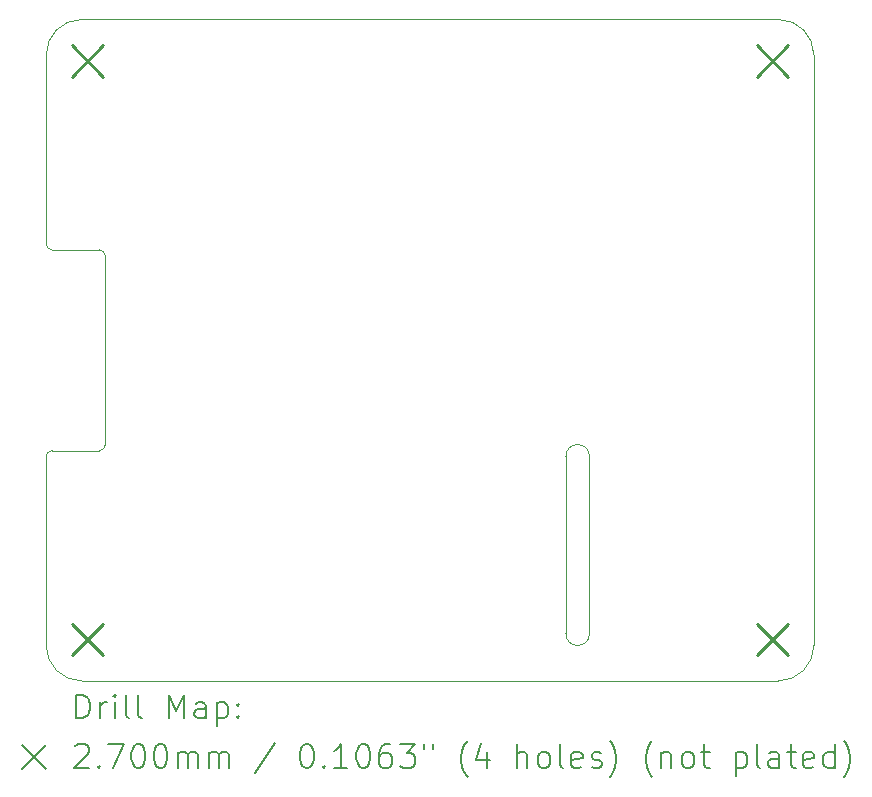
<source format=gbr>
%TF.GenerationSoftware,KiCad,Pcbnew,8.0.8*%
%TF.CreationDate,2025-02-20T10:17:29+01:00*%
%TF.ProjectId,pi_hat,70695f68-6174-42e6-9b69-6361645f7063,rev?*%
%TF.SameCoordinates,Original*%
%TF.FileFunction,Drillmap*%
%TF.FilePolarity,Positive*%
%FSLAX45Y45*%
G04 Gerber Fmt 4.5, Leading zero omitted, Abs format (unit mm)*
G04 Created by KiCad (PCBNEW 8.0.8) date 2025-02-20 10:17:29*
%MOMM*%
%LPD*%
G01*
G04 APERTURE LIST*
%ADD10C,0.100000*%
%ADD11C,0.200000*%
%ADD12C,0.270000*%
G04 APERTURE END LIST*
D10*
X10050000Y-6350000D02*
G75*
G02*
X10000000Y-6300000I0J50000D01*
G01*
X16200000Y-4400000D02*
G75*
G02*
X16500000Y-4700000I0J-300000D01*
G01*
X16500000Y-9700000D02*
X16500000Y-4700000D01*
X10000000Y-4700000D02*
X10000000Y-6300000D01*
X14600000Y-8100000D02*
X14600000Y-9600000D01*
X14400000Y-9600000D02*
X14400000Y-8100000D01*
X10300000Y-10000000D02*
G75*
G02*
X10000000Y-9700000I0J300000D01*
G01*
X10300000Y-10000000D02*
X16200000Y-10000000D01*
X10450000Y-8050000D02*
X10050000Y-8050000D01*
X14400000Y-8100000D02*
G75*
G02*
X14600000Y-8100000I100000J0D01*
G01*
X10000000Y-8100000D02*
G75*
G02*
X10049913Y-8050000I50000J0D01*
G01*
X16500000Y-9700000D02*
G75*
G02*
X16200000Y-10000000I-300000J0D01*
G01*
X10500000Y-6400000D02*
X10500000Y-8000000D01*
X10000000Y-4700000D02*
G75*
G02*
X10300000Y-4400000I300000J0D01*
G01*
X14600000Y-9600000D02*
G75*
G02*
X14400000Y-9600000I-100000J0D01*
G01*
X10000000Y-8100000D02*
X10000000Y-9700000D01*
X10050000Y-6350000D02*
X10450000Y-6350000D01*
X10500000Y-8000000D02*
G75*
G02*
X10450000Y-8050000I-50000J0D01*
G01*
X10450000Y-6350000D02*
G75*
G02*
X10500000Y-6400000I0J-50000D01*
G01*
X16200000Y-4400000D02*
X10300000Y-4400000D01*
D11*
D12*
X10215000Y-4615000D02*
X10485000Y-4885000D01*
X10485000Y-4615000D02*
X10215000Y-4885000D01*
X10215000Y-9515000D02*
X10485000Y-9785000D01*
X10485000Y-9515000D02*
X10215000Y-9785000D01*
X16015000Y-4615000D02*
X16285000Y-4885000D01*
X16285000Y-4615000D02*
X16015000Y-4885000D01*
X16015000Y-9515000D02*
X16285000Y-9785000D01*
X16285000Y-9515000D02*
X16015000Y-9785000D01*
D11*
X10255777Y-10316484D02*
X10255777Y-10116484D01*
X10255777Y-10116484D02*
X10303396Y-10116484D01*
X10303396Y-10116484D02*
X10331967Y-10126008D01*
X10331967Y-10126008D02*
X10351015Y-10145055D01*
X10351015Y-10145055D02*
X10360539Y-10164103D01*
X10360539Y-10164103D02*
X10370063Y-10202198D01*
X10370063Y-10202198D02*
X10370063Y-10230770D01*
X10370063Y-10230770D02*
X10360539Y-10268865D01*
X10360539Y-10268865D02*
X10351015Y-10287912D01*
X10351015Y-10287912D02*
X10331967Y-10306960D01*
X10331967Y-10306960D02*
X10303396Y-10316484D01*
X10303396Y-10316484D02*
X10255777Y-10316484D01*
X10455777Y-10316484D02*
X10455777Y-10183150D01*
X10455777Y-10221246D02*
X10465301Y-10202198D01*
X10465301Y-10202198D02*
X10474824Y-10192674D01*
X10474824Y-10192674D02*
X10493872Y-10183150D01*
X10493872Y-10183150D02*
X10512920Y-10183150D01*
X10579586Y-10316484D02*
X10579586Y-10183150D01*
X10579586Y-10116484D02*
X10570063Y-10126008D01*
X10570063Y-10126008D02*
X10579586Y-10135531D01*
X10579586Y-10135531D02*
X10589110Y-10126008D01*
X10589110Y-10126008D02*
X10579586Y-10116484D01*
X10579586Y-10116484D02*
X10579586Y-10135531D01*
X10703396Y-10316484D02*
X10684348Y-10306960D01*
X10684348Y-10306960D02*
X10674824Y-10287912D01*
X10674824Y-10287912D02*
X10674824Y-10116484D01*
X10808158Y-10316484D02*
X10789110Y-10306960D01*
X10789110Y-10306960D02*
X10779586Y-10287912D01*
X10779586Y-10287912D02*
X10779586Y-10116484D01*
X11036729Y-10316484D02*
X11036729Y-10116484D01*
X11036729Y-10116484D02*
X11103396Y-10259341D01*
X11103396Y-10259341D02*
X11170063Y-10116484D01*
X11170063Y-10116484D02*
X11170063Y-10316484D01*
X11351015Y-10316484D02*
X11351015Y-10211722D01*
X11351015Y-10211722D02*
X11341491Y-10192674D01*
X11341491Y-10192674D02*
X11322443Y-10183150D01*
X11322443Y-10183150D02*
X11284348Y-10183150D01*
X11284348Y-10183150D02*
X11265301Y-10192674D01*
X11351015Y-10306960D02*
X11331967Y-10316484D01*
X11331967Y-10316484D02*
X11284348Y-10316484D01*
X11284348Y-10316484D02*
X11265301Y-10306960D01*
X11265301Y-10306960D02*
X11255777Y-10287912D01*
X11255777Y-10287912D02*
X11255777Y-10268865D01*
X11255777Y-10268865D02*
X11265301Y-10249817D01*
X11265301Y-10249817D02*
X11284348Y-10240293D01*
X11284348Y-10240293D02*
X11331967Y-10240293D01*
X11331967Y-10240293D02*
X11351015Y-10230770D01*
X11446253Y-10183150D02*
X11446253Y-10383150D01*
X11446253Y-10192674D02*
X11465301Y-10183150D01*
X11465301Y-10183150D02*
X11503396Y-10183150D01*
X11503396Y-10183150D02*
X11522443Y-10192674D01*
X11522443Y-10192674D02*
X11531967Y-10202198D01*
X11531967Y-10202198D02*
X11541491Y-10221246D01*
X11541491Y-10221246D02*
X11541491Y-10278389D01*
X11541491Y-10278389D02*
X11531967Y-10297436D01*
X11531967Y-10297436D02*
X11522443Y-10306960D01*
X11522443Y-10306960D02*
X11503396Y-10316484D01*
X11503396Y-10316484D02*
X11465301Y-10316484D01*
X11465301Y-10316484D02*
X11446253Y-10306960D01*
X11627205Y-10297436D02*
X11636729Y-10306960D01*
X11636729Y-10306960D02*
X11627205Y-10316484D01*
X11627205Y-10316484D02*
X11617682Y-10306960D01*
X11617682Y-10306960D02*
X11627205Y-10297436D01*
X11627205Y-10297436D02*
X11627205Y-10316484D01*
X11627205Y-10192674D02*
X11636729Y-10202198D01*
X11636729Y-10202198D02*
X11627205Y-10211722D01*
X11627205Y-10211722D02*
X11617682Y-10202198D01*
X11617682Y-10202198D02*
X11627205Y-10192674D01*
X11627205Y-10192674D02*
X11627205Y-10211722D01*
X9795000Y-10545000D02*
X9995000Y-10745000D01*
X9995000Y-10545000D02*
X9795000Y-10745000D01*
X10246253Y-10555531D02*
X10255777Y-10546008D01*
X10255777Y-10546008D02*
X10274824Y-10536484D01*
X10274824Y-10536484D02*
X10322444Y-10536484D01*
X10322444Y-10536484D02*
X10341491Y-10546008D01*
X10341491Y-10546008D02*
X10351015Y-10555531D01*
X10351015Y-10555531D02*
X10360539Y-10574579D01*
X10360539Y-10574579D02*
X10360539Y-10593627D01*
X10360539Y-10593627D02*
X10351015Y-10622198D01*
X10351015Y-10622198D02*
X10236729Y-10736484D01*
X10236729Y-10736484D02*
X10360539Y-10736484D01*
X10446253Y-10717436D02*
X10455777Y-10726960D01*
X10455777Y-10726960D02*
X10446253Y-10736484D01*
X10446253Y-10736484D02*
X10436729Y-10726960D01*
X10436729Y-10726960D02*
X10446253Y-10717436D01*
X10446253Y-10717436D02*
X10446253Y-10736484D01*
X10522444Y-10536484D02*
X10655777Y-10536484D01*
X10655777Y-10536484D02*
X10570063Y-10736484D01*
X10770063Y-10536484D02*
X10789110Y-10536484D01*
X10789110Y-10536484D02*
X10808158Y-10546008D01*
X10808158Y-10546008D02*
X10817682Y-10555531D01*
X10817682Y-10555531D02*
X10827205Y-10574579D01*
X10827205Y-10574579D02*
X10836729Y-10612674D01*
X10836729Y-10612674D02*
X10836729Y-10660293D01*
X10836729Y-10660293D02*
X10827205Y-10698389D01*
X10827205Y-10698389D02*
X10817682Y-10717436D01*
X10817682Y-10717436D02*
X10808158Y-10726960D01*
X10808158Y-10726960D02*
X10789110Y-10736484D01*
X10789110Y-10736484D02*
X10770063Y-10736484D01*
X10770063Y-10736484D02*
X10751015Y-10726960D01*
X10751015Y-10726960D02*
X10741491Y-10717436D01*
X10741491Y-10717436D02*
X10731967Y-10698389D01*
X10731967Y-10698389D02*
X10722444Y-10660293D01*
X10722444Y-10660293D02*
X10722444Y-10612674D01*
X10722444Y-10612674D02*
X10731967Y-10574579D01*
X10731967Y-10574579D02*
X10741491Y-10555531D01*
X10741491Y-10555531D02*
X10751015Y-10546008D01*
X10751015Y-10546008D02*
X10770063Y-10536484D01*
X10960539Y-10536484D02*
X10979586Y-10536484D01*
X10979586Y-10536484D02*
X10998634Y-10546008D01*
X10998634Y-10546008D02*
X11008158Y-10555531D01*
X11008158Y-10555531D02*
X11017682Y-10574579D01*
X11017682Y-10574579D02*
X11027205Y-10612674D01*
X11027205Y-10612674D02*
X11027205Y-10660293D01*
X11027205Y-10660293D02*
X11017682Y-10698389D01*
X11017682Y-10698389D02*
X11008158Y-10717436D01*
X11008158Y-10717436D02*
X10998634Y-10726960D01*
X10998634Y-10726960D02*
X10979586Y-10736484D01*
X10979586Y-10736484D02*
X10960539Y-10736484D01*
X10960539Y-10736484D02*
X10941491Y-10726960D01*
X10941491Y-10726960D02*
X10931967Y-10717436D01*
X10931967Y-10717436D02*
X10922444Y-10698389D01*
X10922444Y-10698389D02*
X10912920Y-10660293D01*
X10912920Y-10660293D02*
X10912920Y-10612674D01*
X10912920Y-10612674D02*
X10922444Y-10574579D01*
X10922444Y-10574579D02*
X10931967Y-10555531D01*
X10931967Y-10555531D02*
X10941491Y-10546008D01*
X10941491Y-10546008D02*
X10960539Y-10536484D01*
X11112920Y-10736484D02*
X11112920Y-10603150D01*
X11112920Y-10622198D02*
X11122444Y-10612674D01*
X11122444Y-10612674D02*
X11141491Y-10603150D01*
X11141491Y-10603150D02*
X11170063Y-10603150D01*
X11170063Y-10603150D02*
X11189110Y-10612674D01*
X11189110Y-10612674D02*
X11198634Y-10631722D01*
X11198634Y-10631722D02*
X11198634Y-10736484D01*
X11198634Y-10631722D02*
X11208158Y-10612674D01*
X11208158Y-10612674D02*
X11227205Y-10603150D01*
X11227205Y-10603150D02*
X11255777Y-10603150D01*
X11255777Y-10603150D02*
X11274824Y-10612674D01*
X11274824Y-10612674D02*
X11284348Y-10631722D01*
X11284348Y-10631722D02*
X11284348Y-10736484D01*
X11379586Y-10736484D02*
X11379586Y-10603150D01*
X11379586Y-10622198D02*
X11389110Y-10612674D01*
X11389110Y-10612674D02*
X11408158Y-10603150D01*
X11408158Y-10603150D02*
X11436729Y-10603150D01*
X11436729Y-10603150D02*
X11455777Y-10612674D01*
X11455777Y-10612674D02*
X11465301Y-10631722D01*
X11465301Y-10631722D02*
X11465301Y-10736484D01*
X11465301Y-10631722D02*
X11474824Y-10612674D01*
X11474824Y-10612674D02*
X11493872Y-10603150D01*
X11493872Y-10603150D02*
X11522443Y-10603150D01*
X11522443Y-10603150D02*
X11541491Y-10612674D01*
X11541491Y-10612674D02*
X11551015Y-10631722D01*
X11551015Y-10631722D02*
X11551015Y-10736484D01*
X11941491Y-10526960D02*
X11770063Y-10784103D01*
X12198634Y-10536484D02*
X12217682Y-10536484D01*
X12217682Y-10536484D02*
X12236729Y-10546008D01*
X12236729Y-10546008D02*
X12246253Y-10555531D01*
X12246253Y-10555531D02*
X12255777Y-10574579D01*
X12255777Y-10574579D02*
X12265301Y-10612674D01*
X12265301Y-10612674D02*
X12265301Y-10660293D01*
X12265301Y-10660293D02*
X12255777Y-10698389D01*
X12255777Y-10698389D02*
X12246253Y-10717436D01*
X12246253Y-10717436D02*
X12236729Y-10726960D01*
X12236729Y-10726960D02*
X12217682Y-10736484D01*
X12217682Y-10736484D02*
X12198634Y-10736484D01*
X12198634Y-10736484D02*
X12179586Y-10726960D01*
X12179586Y-10726960D02*
X12170063Y-10717436D01*
X12170063Y-10717436D02*
X12160539Y-10698389D01*
X12160539Y-10698389D02*
X12151015Y-10660293D01*
X12151015Y-10660293D02*
X12151015Y-10612674D01*
X12151015Y-10612674D02*
X12160539Y-10574579D01*
X12160539Y-10574579D02*
X12170063Y-10555531D01*
X12170063Y-10555531D02*
X12179586Y-10546008D01*
X12179586Y-10546008D02*
X12198634Y-10536484D01*
X12351015Y-10717436D02*
X12360539Y-10726960D01*
X12360539Y-10726960D02*
X12351015Y-10736484D01*
X12351015Y-10736484D02*
X12341491Y-10726960D01*
X12341491Y-10726960D02*
X12351015Y-10717436D01*
X12351015Y-10717436D02*
X12351015Y-10736484D01*
X12551015Y-10736484D02*
X12436729Y-10736484D01*
X12493872Y-10736484D02*
X12493872Y-10536484D01*
X12493872Y-10536484D02*
X12474825Y-10565055D01*
X12474825Y-10565055D02*
X12455777Y-10584103D01*
X12455777Y-10584103D02*
X12436729Y-10593627D01*
X12674825Y-10536484D02*
X12693872Y-10536484D01*
X12693872Y-10536484D02*
X12712920Y-10546008D01*
X12712920Y-10546008D02*
X12722444Y-10555531D01*
X12722444Y-10555531D02*
X12731967Y-10574579D01*
X12731967Y-10574579D02*
X12741491Y-10612674D01*
X12741491Y-10612674D02*
X12741491Y-10660293D01*
X12741491Y-10660293D02*
X12731967Y-10698389D01*
X12731967Y-10698389D02*
X12722444Y-10717436D01*
X12722444Y-10717436D02*
X12712920Y-10726960D01*
X12712920Y-10726960D02*
X12693872Y-10736484D01*
X12693872Y-10736484D02*
X12674825Y-10736484D01*
X12674825Y-10736484D02*
X12655777Y-10726960D01*
X12655777Y-10726960D02*
X12646253Y-10717436D01*
X12646253Y-10717436D02*
X12636729Y-10698389D01*
X12636729Y-10698389D02*
X12627206Y-10660293D01*
X12627206Y-10660293D02*
X12627206Y-10612674D01*
X12627206Y-10612674D02*
X12636729Y-10574579D01*
X12636729Y-10574579D02*
X12646253Y-10555531D01*
X12646253Y-10555531D02*
X12655777Y-10546008D01*
X12655777Y-10546008D02*
X12674825Y-10536484D01*
X12912920Y-10536484D02*
X12874825Y-10536484D01*
X12874825Y-10536484D02*
X12855777Y-10546008D01*
X12855777Y-10546008D02*
X12846253Y-10555531D01*
X12846253Y-10555531D02*
X12827206Y-10584103D01*
X12827206Y-10584103D02*
X12817682Y-10622198D01*
X12817682Y-10622198D02*
X12817682Y-10698389D01*
X12817682Y-10698389D02*
X12827206Y-10717436D01*
X12827206Y-10717436D02*
X12836729Y-10726960D01*
X12836729Y-10726960D02*
X12855777Y-10736484D01*
X12855777Y-10736484D02*
X12893872Y-10736484D01*
X12893872Y-10736484D02*
X12912920Y-10726960D01*
X12912920Y-10726960D02*
X12922444Y-10717436D01*
X12922444Y-10717436D02*
X12931967Y-10698389D01*
X12931967Y-10698389D02*
X12931967Y-10650770D01*
X12931967Y-10650770D02*
X12922444Y-10631722D01*
X12922444Y-10631722D02*
X12912920Y-10622198D01*
X12912920Y-10622198D02*
X12893872Y-10612674D01*
X12893872Y-10612674D02*
X12855777Y-10612674D01*
X12855777Y-10612674D02*
X12836729Y-10622198D01*
X12836729Y-10622198D02*
X12827206Y-10631722D01*
X12827206Y-10631722D02*
X12817682Y-10650770D01*
X12998634Y-10536484D02*
X13122444Y-10536484D01*
X13122444Y-10536484D02*
X13055777Y-10612674D01*
X13055777Y-10612674D02*
X13084348Y-10612674D01*
X13084348Y-10612674D02*
X13103396Y-10622198D01*
X13103396Y-10622198D02*
X13112920Y-10631722D01*
X13112920Y-10631722D02*
X13122444Y-10650770D01*
X13122444Y-10650770D02*
X13122444Y-10698389D01*
X13122444Y-10698389D02*
X13112920Y-10717436D01*
X13112920Y-10717436D02*
X13103396Y-10726960D01*
X13103396Y-10726960D02*
X13084348Y-10736484D01*
X13084348Y-10736484D02*
X13027206Y-10736484D01*
X13027206Y-10736484D02*
X13008158Y-10726960D01*
X13008158Y-10726960D02*
X12998634Y-10717436D01*
X13198634Y-10536484D02*
X13198634Y-10574579D01*
X13274825Y-10536484D02*
X13274825Y-10574579D01*
X13570063Y-10812674D02*
X13560539Y-10803150D01*
X13560539Y-10803150D02*
X13541491Y-10774579D01*
X13541491Y-10774579D02*
X13531968Y-10755531D01*
X13531968Y-10755531D02*
X13522444Y-10726960D01*
X13522444Y-10726960D02*
X13512920Y-10679341D01*
X13512920Y-10679341D02*
X13512920Y-10641246D01*
X13512920Y-10641246D02*
X13522444Y-10593627D01*
X13522444Y-10593627D02*
X13531968Y-10565055D01*
X13531968Y-10565055D02*
X13541491Y-10546008D01*
X13541491Y-10546008D02*
X13560539Y-10517436D01*
X13560539Y-10517436D02*
X13570063Y-10507912D01*
X13731968Y-10603150D02*
X13731968Y-10736484D01*
X13684348Y-10526960D02*
X13636729Y-10669817D01*
X13636729Y-10669817D02*
X13760539Y-10669817D01*
X13989110Y-10736484D02*
X13989110Y-10536484D01*
X14074825Y-10736484D02*
X14074825Y-10631722D01*
X14074825Y-10631722D02*
X14065301Y-10612674D01*
X14065301Y-10612674D02*
X14046253Y-10603150D01*
X14046253Y-10603150D02*
X14017682Y-10603150D01*
X14017682Y-10603150D02*
X13998634Y-10612674D01*
X13998634Y-10612674D02*
X13989110Y-10622198D01*
X14198634Y-10736484D02*
X14179587Y-10726960D01*
X14179587Y-10726960D02*
X14170063Y-10717436D01*
X14170063Y-10717436D02*
X14160539Y-10698389D01*
X14160539Y-10698389D02*
X14160539Y-10641246D01*
X14160539Y-10641246D02*
X14170063Y-10622198D01*
X14170063Y-10622198D02*
X14179587Y-10612674D01*
X14179587Y-10612674D02*
X14198634Y-10603150D01*
X14198634Y-10603150D02*
X14227206Y-10603150D01*
X14227206Y-10603150D02*
X14246253Y-10612674D01*
X14246253Y-10612674D02*
X14255777Y-10622198D01*
X14255777Y-10622198D02*
X14265301Y-10641246D01*
X14265301Y-10641246D02*
X14265301Y-10698389D01*
X14265301Y-10698389D02*
X14255777Y-10717436D01*
X14255777Y-10717436D02*
X14246253Y-10726960D01*
X14246253Y-10726960D02*
X14227206Y-10736484D01*
X14227206Y-10736484D02*
X14198634Y-10736484D01*
X14379587Y-10736484D02*
X14360539Y-10726960D01*
X14360539Y-10726960D02*
X14351015Y-10707912D01*
X14351015Y-10707912D02*
X14351015Y-10536484D01*
X14531968Y-10726960D02*
X14512920Y-10736484D01*
X14512920Y-10736484D02*
X14474825Y-10736484D01*
X14474825Y-10736484D02*
X14455777Y-10726960D01*
X14455777Y-10726960D02*
X14446253Y-10707912D01*
X14446253Y-10707912D02*
X14446253Y-10631722D01*
X14446253Y-10631722D02*
X14455777Y-10612674D01*
X14455777Y-10612674D02*
X14474825Y-10603150D01*
X14474825Y-10603150D02*
X14512920Y-10603150D01*
X14512920Y-10603150D02*
X14531968Y-10612674D01*
X14531968Y-10612674D02*
X14541491Y-10631722D01*
X14541491Y-10631722D02*
X14541491Y-10650770D01*
X14541491Y-10650770D02*
X14446253Y-10669817D01*
X14617682Y-10726960D02*
X14636730Y-10736484D01*
X14636730Y-10736484D02*
X14674825Y-10736484D01*
X14674825Y-10736484D02*
X14693872Y-10726960D01*
X14693872Y-10726960D02*
X14703396Y-10707912D01*
X14703396Y-10707912D02*
X14703396Y-10698389D01*
X14703396Y-10698389D02*
X14693872Y-10679341D01*
X14693872Y-10679341D02*
X14674825Y-10669817D01*
X14674825Y-10669817D02*
X14646253Y-10669817D01*
X14646253Y-10669817D02*
X14627206Y-10660293D01*
X14627206Y-10660293D02*
X14617682Y-10641246D01*
X14617682Y-10641246D02*
X14617682Y-10631722D01*
X14617682Y-10631722D02*
X14627206Y-10612674D01*
X14627206Y-10612674D02*
X14646253Y-10603150D01*
X14646253Y-10603150D02*
X14674825Y-10603150D01*
X14674825Y-10603150D02*
X14693872Y-10612674D01*
X14770063Y-10812674D02*
X14779587Y-10803150D01*
X14779587Y-10803150D02*
X14798634Y-10774579D01*
X14798634Y-10774579D02*
X14808158Y-10755531D01*
X14808158Y-10755531D02*
X14817682Y-10726960D01*
X14817682Y-10726960D02*
X14827206Y-10679341D01*
X14827206Y-10679341D02*
X14827206Y-10641246D01*
X14827206Y-10641246D02*
X14817682Y-10593627D01*
X14817682Y-10593627D02*
X14808158Y-10565055D01*
X14808158Y-10565055D02*
X14798634Y-10546008D01*
X14798634Y-10546008D02*
X14779587Y-10517436D01*
X14779587Y-10517436D02*
X14770063Y-10507912D01*
X15131968Y-10812674D02*
X15122444Y-10803150D01*
X15122444Y-10803150D02*
X15103396Y-10774579D01*
X15103396Y-10774579D02*
X15093872Y-10755531D01*
X15093872Y-10755531D02*
X15084349Y-10726960D01*
X15084349Y-10726960D02*
X15074825Y-10679341D01*
X15074825Y-10679341D02*
X15074825Y-10641246D01*
X15074825Y-10641246D02*
X15084349Y-10593627D01*
X15084349Y-10593627D02*
X15093872Y-10565055D01*
X15093872Y-10565055D02*
X15103396Y-10546008D01*
X15103396Y-10546008D02*
X15122444Y-10517436D01*
X15122444Y-10517436D02*
X15131968Y-10507912D01*
X15208158Y-10603150D02*
X15208158Y-10736484D01*
X15208158Y-10622198D02*
X15217682Y-10612674D01*
X15217682Y-10612674D02*
X15236730Y-10603150D01*
X15236730Y-10603150D02*
X15265301Y-10603150D01*
X15265301Y-10603150D02*
X15284349Y-10612674D01*
X15284349Y-10612674D02*
X15293872Y-10631722D01*
X15293872Y-10631722D02*
X15293872Y-10736484D01*
X15417682Y-10736484D02*
X15398634Y-10726960D01*
X15398634Y-10726960D02*
X15389111Y-10717436D01*
X15389111Y-10717436D02*
X15379587Y-10698389D01*
X15379587Y-10698389D02*
X15379587Y-10641246D01*
X15379587Y-10641246D02*
X15389111Y-10622198D01*
X15389111Y-10622198D02*
X15398634Y-10612674D01*
X15398634Y-10612674D02*
X15417682Y-10603150D01*
X15417682Y-10603150D02*
X15446253Y-10603150D01*
X15446253Y-10603150D02*
X15465301Y-10612674D01*
X15465301Y-10612674D02*
X15474825Y-10622198D01*
X15474825Y-10622198D02*
X15484349Y-10641246D01*
X15484349Y-10641246D02*
X15484349Y-10698389D01*
X15484349Y-10698389D02*
X15474825Y-10717436D01*
X15474825Y-10717436D02*
X15465301Y-10726960D01*
X15465301Y-10726960D02*
X15446253Y-10736484D01*
X15446253Y-10736484D02*
X15417682Y-10736484D01*
X15541492Y-10603150D02*
X15617682Y-10603150D01*
X15570063Y-10536484D02*
X15570063Y-10707912D01*
X15570063Y-10707912D02*
X15579587Y-10726960D01*
X15579587Y-10726960D02*
X15598634Y-10736484D01*
X15598634Y-10736484D02*
X15617682Y-10736484D01*
X15836730Y-10603150D02*
X15836730Y-10803150D01*
X15836730Y-10612674D02*
X15855777Y-10603150D01*
X15855777Y-10603150D02*
X15893873Y-10603150D01*
X15893873Y-10603150D02*
X15912920Y-10612674D01*
X15912920Y-10612674D02*
X15922444Y-10622198D01*
X15922444Y-10622198D02*
X15931968Y-10641246D01*
X15931968Y-10641246D02*
X15931968Y-10698389D01*
X15931968Y-10698389D02*
X15922444Y-10717436D01*
X15922444Y-10717436D02*
X15912920Y-10726960D01*
X15912920Y-10726960D02*
X15893873Y-10736484D01*
X15893873Y-10736484D02*
X15855777Y-10736484D01*
X15855777Y-10736484D02*
X15836730Y-10726960D01*
X16046253Y-10736484D02*
X16027206Y-10726960D01*
X16027206Y-10726960D02*
X16017682Y-10707912D01*
X16017682Y-10707912D02*
X16017682Y-10536484D01*
X16208158Y-10736484D02*
X16208158Y-10631722D01*
X16208158Y-10631722D02*
X16198634Y-10612674D01*
X16198634Y-10612674D02*
X16179587Y-10603150D01*
X16179587Y-10603150D02*
X16141492Y-10603150D01*
X16141492Y-10603150D02*
X16122444Y-10612674D01*
X16208158Y-10726960D02*
X16189111Y-10736484D01*
X16189111Y-10736484D02*
X16141492Y-10736484D01*
X16141492Y-10736484D02*
X16122444Y-10726960D01*
X16122444Y-10726960D02*
X16112920Y-10707912D01*
X16112920Y-10707912D02*
X16112920Y-10688865D01*
X16112920Y-10688865D02*
X16122444Y-10669817D01*
X16122444Y-10669817D02*
X16141492Y-10660293D01*
X16141492Y-10660293D02*
X16189111Y-10660293D01*
X16189111Y-10660293D02*
X16208158Y-10650770D01*
X16274825Y-10603150D02*
X16351015Y-10603150D01*
X16303396Y-10536484D02*
X16303396Y-10707912D01*
X16303396Y-10707912D02*
X16312920Y-10726960D01*
X16312920Y-10726960D02*
X16331968Y-10736484D01*
X16331968Y-10736484D02*
X16351015Y-10736484D01*
X16493873Y-10726960D02*
X16474825Y-10736484D01*
X16474825Y-10736484D02*
X16436730Y-10736484D01*
X16436730Y-10736484D02*
X16417682Y-10726960D01*
X16417682Y-10726960D02*
X16408158Y-10707912D01*
X16408158Y-10707912D02*
X16408158Y-10631722D01*
X16408158Y-10631722D02*
X16417682Y-10612674D01*
X16417682Y-10612674D02*
X16436730Y-10603150D01*
X16436730Y-10603150D02*
X16474825Y-10603150D01*
X16474825Y-10603150D02*
X16493873Y-10612674D01*
X16493873Y-10612674D02*
X16503396Y-10631722D01*
X16503396Y-10631722D02*
X16503396Y-10650770D01*
X16503396Y-10650770D02*
X16408158Y-10669817D01*
X16674825Y-10736484D02*
X16674825Y-10536484D01*
X16674825Y-10726960D02*
X16655777Y-10736484D01*
X16655777Y-10736484D02*
X16617682Y-10736484D01*
X16617682Y-10736484D02*
X16598634Y-10726960D01*
X16598634Y-10726960D02*
X16589111Y-10717436D01*
X16589111Y-10717436D02*
X16579587Y-10698389D01*
X16579587Y-10698389D02*
X16579587Y-10641246D01*
X16579587Y-10641246D02*
X16589111Y-10622198D01*
X16589111Y-10622198D02*
X16598634Y-10612674D01*
X16598634Y-10612674D02*
X16617682Y-10603150D01*
X16617682Y-10603150D02*
X16655777Y-10603150D01*
X16655777Y-10603150D02*
X16674825Y-10612674D01*
X16751015Y-10812674D02*
X16760539Y-10803150D01*
X16760539Y-10803150D02*
X16779587Y-10774579D01*
X16779587Y-10774579D02*
X16789111Y-10755531D01*
X16789111Y-10755531D02*
X16798635Y-10726960D01*
X16798635Y-10726960D02*
X16808158Y-10679341D01*
X16808158Y-10679341D02*
X16808158Y-10641246D01*
X16808158Y-10641246D02*
X16798635Y-10593627D01*
X16798635Y-10593627D02*
X16789111Y-10565055D01*
X16789111Y-10565055D02*
X16779587Y-10546008D01*
X16779587Y-10546008D02*
X16760539Y-10517436D01*
X16760539Y-10517436D02*
X16751015Y-10507912D01*
M02*

</source>
